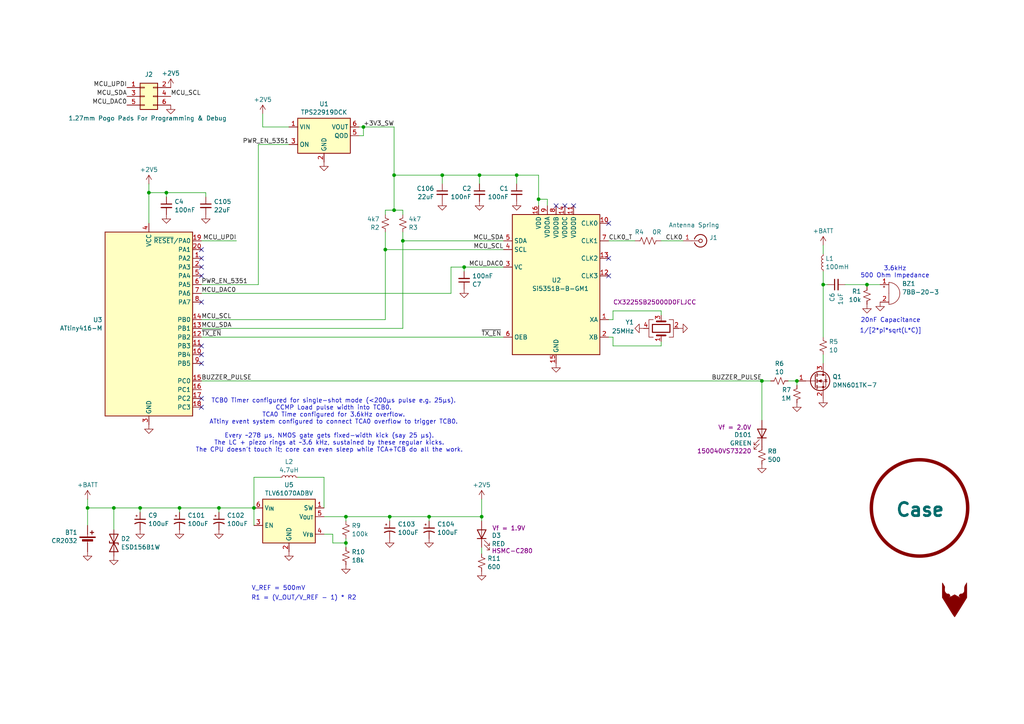
<source format=kicad_sch>
(kicad_sch (version 20250114) (generator "eeschema") (generator_version "9.0")
  (paper "A4")
  (title_block (title "Button Transmitter Prototype - Si5351B/ATtiny416") (date "2025-09-28") (rev "B") (company "Engineer: Thomas Francois - KX0STL") (comment 1 "Inverted Pursuits Lab"))
  (lib_symbols
    (symbol "Connector:Conn_Coaxial" (pin_names (offset 1.016) (hide yes))
      (property "Reference" "J1" (at 2.5401 0.919 0))
      (property "Value" "Antenna Screw Pad" (at -9.271 4.572 0))
      (symbol "Conn_Coaxial_0_1"
        (polyline (pts (xy -2.54 0) (xy -0.508 0)))
        (arc (start 1.778 0) (mid 0.222 -1.8079) (end -1.778 -0.508) (stroke (width 0.254)))
        (arc (start -1.778 0.508) (mid 0.2221 1.8084) (end 1.778 0) (stroke (width 0.254)))
        (circle (center 0 0) (radius 0.508) (stroke (width 0.2032)))
      )
      (symbol "Conn_Coaxial_1_1"
        (pin passive line (at -5.08 0 0) (length 2.54) (name "In") (number "1"))
      )
    )
    (symbol "Connector_Generic:Conn_02x03_Odd_Even" (pin_names (offset 1.016) (hide yes))
      (property "Reference" "J" (at 1.27 5.08 0))
      (property "Value" "Conn_02x03_Odd_Even" (at 1.27 -5.08 0))
      (symbol "Conn_02x03_Odd_Even_1_1"
        (rectangle (start -1.27 3.81) (end 3.81 -3.81) (stroke (width 0.254)) (fill (type background)))
        (rectangle (start -1.27 2.667) (end 0 2.413) (stroke (width 0.1524)))
        (rectangle (start -1.27 0.127) (end 0 -0.127) (stroke (width 0.1524)))
        (rectangle (start -1.27 -2.413) (end 0 -2.667) (stroke (width 0.1524)))
        (rectangle (start 3.81 2.667) (end 2.54 2.413) (stroke (width 0.1524)))
        (rectangle (start 3.81 0.127) (end 2.54 -0.127) (stroke (width 0.1524)))
        (rectangle (start 3.81 -2.413) (end 2.54 -2.667) (stroke (width 0.1524)))
        (pin passive line (at -5.08 2.54 0) (length 3.81) (name "Pin_1") (number "1"))
        (pin passive line (at -5.08 0 0) (length 3.81) (name "Pin_3") (number "3"))
        (pin passive line (at -5.08 -2.54 0) (length 3.81) (name "Pin_5") (number "5"))
        (pin passive line (at 7.62 2.54 180) (length 3.81) (name "Pin_2") (number "2"))
        (pin passive line (at 7.62 0 180) (length 3.81) (name "Pin_4") (number "4"))
        (pin passive line (at 7.62 -2.54 180) (length 3.81) (name "Pin_6") (number "6"))
      )
    )
    (symbol "Device:Battery_Cell" (pin_numbers (hide yes)) (pin_names (offset 0) (hide yes))
      (property "Reference" "BT1" (at -2.921 3.0536 0))
      (property "Value" "CR2032" (at -2.921 0.6294 0))
      (symbol "Battery_Cell_0_1"
        (rectangle (start -2.286 1.778) (end 2.286 1.524) (fill (type outline)))
        (rectangle (start -1.524 1.016) (end 1.524 0.508) (fill (type outline)))
        (polyline (pts (xy 0 1.778) (xy 0 2.54)))
        (polyline (pts (xy 0 0.762) (xy 0 0)))
        (polyline (pts (xy 0.762 3.048) (xy 1.778 3.048)) (stroke (width 0.254)))
        (polyline (pts (xy 1.27 3.556) (xy 1.27 2.54)) (stroke (width 0.254)))
      )
      (symbol "Battery_Cell_1_1"
        (pin passive line (at 0 5.08 270) (length 2.54) (name "+") (number "1"))
        (pin passive line (at 0 -2.54 90) (length 2.54) (name "2") (number "2"))
      )
    )
    (symbol "Device:C_Polarized_Small_US" (pin_numbers (hide yes)) (pin_names (offset 0.254) (hide yes))
      (property "Reference" "C" (at 0.254 1.778 0))
      (property "Value" "C_Polarized_Small_US" (at 0.254 -2.032 0))
      (symbol "C_Polarized_Small_US_0_1"
        (polyline (pts (xy -1.524 0.508) (xy 1.524 0.508)) (stroke (width 0.3048)))
        (polyline (pts (xy -1.27 1.524) (xy -0.762 1.524)))
        (polyline (pts (xy -1.016 1.27) (xy -1.016 1.778)))
        (arc (start -1.524 -0.762) (mid 0 -0.3734) (end 1.524 -0.762) (stroke (width 0.3048)))
      )
      (symbol "C_Polarized_Small_US_1_1"
        (pin passive line (at 0 2.54 270) (length 2.032) (name "~") (number "1"))
        (pin passive line (at 0 -2.54 90) (length 2.032) (name "~") (number "2"))
      )
    )
    (symbol "Device:C_Small" (pin_numbers (hide yes)) (pin_names (offset 0.254) (hide yes))
      (property "Reference" "C" (at 0.254 1.778 0))
      (property "Value" "C_Small" (at 0.254 -2.032 0))
      (symbol "C_Small_0_1"
        (polyline (pts (xy -1.524 0.508) (xy 1.524 0.508)) (stroke (width 0.3048)))
        (polyline (pts (xy -1.524 -0.508) (xy 1.524 -0.508)) (stroke (width 0.3302)))
      )
      (symbol "C_Small_1_1"
        (pin passive line (at 0 2.54 270) (length 2.032) (name "~") (number "1"))
        (pin passive line (at 0 -2.54 90) (length 2.032) (name "~") (number "2"))
      )
    )
    (symbol "Device:Crystal_GND24" (pin_names (offset 1.016) (hide yes))
      (property "Reference" "Y" (at 3.175 5.08 0))
      (property "Value" "Crystal_GND24" (at 3.175 3.175 0))
      (symbol "Crystal_GND24_0_1"
        (polyline (pts (xy -2.54 2.286) (xy -2.54 3.556) (xy 2.54 3.556) (xy 2.54 2.286)))
        (polyline (pts (xy -2.54 0) (xy -2.032 0)))
        (polyline (pts (xy -2.54 -2.286) (xy -2.54 -3.556) (xy 2.54 -3.556) (xy 2.54 -2.286)))
        (polyline (pts (xy -2.032 -1.27) (xy -2.032 1.27)) (stroke (width 0.508)))
        (rectangle (start -1.143 2.54) (end 1.143 -2.54) (stroke (width 0.3048)))
        (polyline (pts (xy 0 3.556) (xy 0 3.81)))
        (polyline (pts (xy 0 -3.81) (xy 0 -3.556)))
        (polyline (pts (xy 2.032 0) (xy 2.54 0)))
        (polyline (pts (xy 2.032 -1.27) (xy 2.032 1.27)) (stroke (width 0.508)))
      )
      (symbol "Crystal_GND24_1_1"
        (pin passive line (at -3.81 0 0) (length 1.27) (name "1") (number "1"))
        (pin passive line (at 0 5.08 270) (length 1.27) (name "2") (number "2"))
        (pin passive line (at 0 -5.08 90) (length 1.27) (name "4") (number "4"))
        (pin passive line (at 3.81 0 180) (length 1.27) (name "3") (number "3"))
      )
    )
    (symbol "Device:D_TVS" (pin_numbers (hide yes)) (pin_names (offset 1.016) (hide yes))
      (property "Reference" "D" (at 0 2.54 0))
      (property "Value" "D_TVS" (at 0 -2.54 0))
      (symbol "D_TVS_0_1"
        (polyline (pts (xy -2.54 1.27) (xy -2.54 -1.27) (xy 2.54 1.27) (xy 2.54 -1.27) (xy -2.54 1.27)) (stroke (width 0.254)))
        (polyline (pts (xy 0.508 1.27) (xy 0 1.27) (xy 0 -1.27) (xy -0.508 -1.27)) (stroke (width 0.254)))
        (polyline (pts (xy 1.27 0) (xy -1.27 0)))
      )
      (symbol "D_TVS_1_1"
        (pin passive line (at -3.81 0 0) (length 2.54) (name "A1") (number "1"))
        (pin passive line (at 3.81 0 180) (length 2.54) (name "A2") (number "2"))
      )
    )
    (symbol "Device:LED" (pin_numbers (hide yes)) (pin_names (offset 1.016) (hide yes))
      (property "Reference" "D" (at 0 2.54 0))
      (property "Value" "LED" (at 0 -2.54 0))
      (symbol "LED_0_1"
        (polyline (pts (xy -3.048 -0.762) (xy -4.572 -2.286) (xy -3.81 -2.286) (xy -4.572 -2.286) (xy -4.572 -1.524)))
        (polyline (pts (xy -1.778 -0.762) (xy -3.302 -2.286) (xy -2.54 -2.286) (xy -3.302 -2.286) (xy -3.302 -1.524)))
        (polyline (pts (xy -1.27 0) (xy 1.27 0)))
        (polyline (pts (xy -1.27 -1.27) (xy -1.27 1.27)) (stroke (width 0.254)))
        (polyline (pts (xy 1.27 -1.27) (xy 1.27 1.27) (xy -1.27 0) (xy 1.27 -1.27)) (stroke (width 0.254)))
      )
      (symbol "LED_1_1"
        (pin passive line (at -3.81 0 0) (length 2.54) (name "K") (number "1"))
        (pin passive line (at 3.81 0 180) (length 2.54) (name "A") (number "2"))
      )
    )
    (symbol "Device:L_Small" (pin_numbers (hide yes)) (pin_names (offset 0.254) (hide yes))
      (property "Reference" "L" (at 0.762 1.016 0))
      (property "Value" "L_Small" (at 0.762 -1.016 0))
      (symbol "L_Small_0_1"
        (arc (start 0 2.032) (mid 0.5058 1.524) (end 0 1.016))
        (arc (start 0 1.016) (mid 0.5058 0.508) (end 0 0))
        (arc (start 0 0) (mid 0.5058 -0.508) (end 0 -1.016))
        (arc (start 0 -1.016) (mid 0.5058 -1.524) (end 0 -2.032))
      )
      (symbol "L_Small_1_1"
        (pin passive line (at 0 2.54 270) (length 0.508) (name "~") (number "1"))
        (pin passive line (at 0 -2.54 90) (length 0.508) (name "~") (number "2"))
      )
    )
    (symbol "Device:R_Small_US" (pin_numbers (hide yes)) (pin_names (offset 0.254) (hide yes))
      (property "Reference" "R" (at 0.762 0.508 0))
      (property "Value" "R_Small_US" (at 0.762 -1.016 0))
      (symbol "R_Small_US_1_1"
        (polyline (pts (xy 0 1.524) (xy 1.016 1.143) (xy 0 0.762) (xy -1.016 0.381) (xy 0 0)))
        (polyline (pts (xy 0 0) (xy 1.016 -0.381) (xy 0 -0.762) (xy -1.016 -1.143) (xy 0 -1.524)))
        (pin passive line (at 0 2.54 270) (length 1.016) (name "~") (number "1"))
        (pin passive line (at 0 -2.54 90) (length 1.016) (name "~") (number "2"))
      )
    )
    (symbol "Device:R_US" (pin_numbers (hide yes)) (pin_names (offset 0))
      (property "Reference" "R" (at 2.54 0 90))
      (property "Value" "R_US" (at -2.54 0 90))
      (symbol "R_US_0_1"
        (polyline (pts (xy 0 2.286) (xy 0 2.54)))
        (polyline (pts (xy 0 2.286) (xy 1.016 1.905) (xy 0 1.524) (xy -1.016 1.143) (xy 0 0.762)))
        (polyline (pts (xy 0 0.762) (xy 1.016 0.381) (xy 0 0) (xy -1.016 -0.381) (xy 0 -0.762)))
        (polyline (pts (xy 0 -0.762) (xy 1.016 -1.143) (xy 0 -1.524) (xy -1.016 -1.905) (xy 0 -2.286)))
        (polyline (pts (xy 0 -2.286) (xy 0 -2.54)))
      )
      (symbol "R_US_1_1"
        (pin passive line (at 0 3.81 270) (length 1.27) (name "~") (number "1"))
        (pin passive line (at 0 -3.81 90) (length 1.27) (name "~") (number "2"))
      )
    )
    (symbol "MCU_Microchip_ATtiny:ATtiny416-M"
      (property "Reference" "U6" (at 2.1941 24.4645 0))
      (property "Value" "ATtiny416-M" (at 2.1941 22.0402 0))
      (symbol "ATtiny416-M_0_1"
        (rectangle (start -12.7 20.32) (end 12.7 -33.02) (stroke (width 0.254)) (fill (type background)))
      )
      (symbol "ATtiny416-M_1_1"
        (pin power_in line (at 0 22.86 270) (length 2.54) (name "VCC") (number "4"))
        (pin passive line (at 0 -35.56 90) (length 2.54) (hide yes) (name "GND") (number "21"))
        (pin power_in line (at 0 -35.56 90) (length 2.54) (name "GND") (number "3"))
        (pin bidirectional line (at 15.24 17.78 180) (length 2.54) (name "~{RESET}/PA0") (number "19"))
        (pin bidirectional line (at 15.24 15.24 180) (length 2.54) (name "PA1") (number "20"))
        (pin bidirectional line (at 15.24 12.7 180) (length 2.54) (name "PA2") (number "1"))
        (pin bidirectional line (at 15.24 10.16 180) (length 2.54) (name "PA3") (number "2"))
        (pin bidirectional line (at 15.24 7.62 180) (length 2.54) (name "PA4") (number "5"))
        (pin bidirectional line (at 15.24 5.08 180) (length 2.54) (name "PA5") (number "6"))
        (pin bidirectional line (at 15.24 2.54 180) (length 2.54) (name "PA6") (number "7"))
        (pin bidirectional line (at 15.24 0 180) (length 2.54) (name "PA7") (number "8"))
        (pin bidirectional line (at 15.24 -5.08 180) (length 2.54) (name "PB0") (number "14"))
        (pin bidirectional line (at 15.24 -7.62 180) (length 2.54) (name "PB1") (number "13"))
        (pin bidirectional line (at 15.24 -10.16 180) (length 2.54) (name "PB2") (number "12"))
        (pin bidirectional line (at 15.24 -12.7 180) (length 2.54) (name "PB3") (number "11"))
        (pin bidirectional line (at 15.24 -15.24 180) (length 2.54) (name "PB4") (number "10"))
        (pin bidirectional line (at 15.24 -17.78 180) (length 2.54) (name "PB5") (number "9"))
        (pin bidirectional line (at 15.24 -22.86 180) (length 2.54) (name "PC0") (number "15"))
        (pin bidirectional line (at 15.24 -25.4 180) (length 2.54) (name "PC1") (number "16"))
        (pin bidirectional line (at 15.24 -27.94 180) (length 2.54) (name "PC2") (number "17"))
        (pin bidirectional line (at 15.24 -30.48 180) (length 2.54) (name "PC3") (number "18"))
      )
    )
    (symbol "Regulator_Switching:TLV61070ADBV"
      (property "Reference" "U" (at -7.62 8.89 0))
      (property "Value" "TLV61070ADBV" (at 0 8.89 0))
      (symbol "TLV61070ADBV_0_1"
        (rectangle (start -7.62 7.62) (end 7.62 -5.08) (stroke (width 0.254)) (fill (type background)))
      )
      (symbol "TLV61070ADBV_1_1"
        (pin power_in line (at -10.16 5.08 0) (length 2.54) (name "V_{IN}") (number "6"))
        (pin input line (at -10.16 0 0) (length 2.54) (name "EN") (number "3"))
        (pin power_in line (at 0 -7.62 90) (length 2.54) (name "GND") (number "2"))
        (pin input line (at 10.16 5.08 180) (length 2.54) (name "SW") (number "1"))
        (pin power_out line (at 10.16 2.54 180) (length 2.54) (name "V_{OUT}") (number "5"))
        (pin input line (at 10.16 -2.54 180) (length 2.54) (name "V_{FB}") (number "4"))
      )
    )
    (symbol "Transistor_FET:Q_NMOS_GSD" (pin_names (offset 0) (hide yes))
      (property "Reference" "Q" (at 5.08 1.905 0))
      (property "Value" "Q_NMOS_GSD" (at 5.08 0 0))
      (symbol "Q_NMOS_GSD_0_1"
        (polyline (pts (xy 0.254 1.905) (xy 0.254 -1.905)) (stroke (width 0.254)))
        (polyline (pts (xy 0.254 0) (xy -2.54 0)))
        (polyline (pts (xy 0.762 2.286) (xy 0.762 1.27)) (stroke (width 0.254)))
        (polyline (pts (xy 0.762 0.508) (xy 0.762 -0.508)) (stroke (width 0.254)))
        (polyline (pts (xy 0.762 -1.27) (xy 0.762 -2.286)) (stroke (width 0.254)))
        (polyline (pts (xy 0.762 -1.778) (xy 3.302 -1.778) (xy 3.302 1.778) (xy 0.762 1.778)))
        (polyline (pts (xy 1.016 0) (xy 2.032 0.381) (xy 2.032 -0.381) (xy 1.016 0)) (fill (type outline)))
        (circle (center 1.651 0) (radius 2.794) (stroke (width 0.254)))
        (polyline (pts (xy 2.54 2.54) (xy 2.54 1.778)))
        (circle (center 2.54 1.778) (radius 0.254) (fill (type outline)))
        (circle (center 2.54 -1.778) (radius 0.254) (fill (type outline)))
        (polyline (pts (xy 2.54 -2.54) (xy 2.54 0) (xy 0.762 0)))
        (polyline (pts (xy 2.921 0.381) (xy 3.683 0.381)))
        (polyline (pts (xy 3.302 0.381) (xy 2.921 -0.254) (xy 3.683 -0.254) (xy 3.302 0.381)))
      )
      (symbol "Q_NMOS_GSD_1_1"
        (pin input line (at -5.08 0 0) (length 2.54) (name "G") (number "1"))
        (pin passive line (at 2.54 5.08 270) (length 2.54) (name "D") (number "3"))
        (pin passive line (at 2.54 -5.08 90) (length 2.54) (name "S") (number "2"))
      )
    )
    (symbol "library:Buzzer_Pad_NEG" (pin_names (offset 0.0254) (hide yes))
      (property "Reference" "BZ1" (at 3.7962 1.2122 0))
      (property "Value" "7BB-20-3" (at 3.7962 -1.2121 0))
      (symbol "Buzzer_Pad_NEG_0_1"
        (polyline (pts (xy 0 0) (xy 0 -3.175)))
        (arc (start 3.175 0) (mid 2.2451 -2.2451) (end 0 -3.175))
      )
      (symbol "Buzzer_Pad_NEG_1_1"
        (pin passive line (at -2.54 -2.54 0) (length 2.54) (name "-") (number "2"))
      )
    )
    (symbol "library:Buzzer_Pad_POS" (pin_names (offset 0.0254) (hide yes))
      (property "Reference" "BZ1" (at 3.7962 1.2122 0))
      (property "Value" "7BB-20-3" (at 3.7962 -1.2121 0))
      (symbol "Buzzer_Pad_POS_0_1"
        (polyline (pts (xy -1.651 1.905) (xy -1.143 1.905)))
        (polyline (pts (xy -1.397 2.159) (xy -1.397 1.651)))
        (polyline (pts (xy 0 3.175) (xy 0 0)))
        (arc (start 0 3.175) (mid 2.2451 2.2451) (end 3.175 0))
      )
      (symbol "Buzzer_Pad_POS_1_1"
        (pin passive line (at -2.54 2.54 0) (length 2.54) (name "+") (number "1"))
      )
    )
    (symbol "library:Case"
      (property "Reference" "U" (at 0 0 0))
      (symbol "Case_1_1"
        (circle (center 0 0) (radius 13.97) (stroke (width 1)))
      )
    )
    (symbol "library:IPL Logo 10mm" (pin_names (offset 1.016))
      (symbol "IPL Logo 10mm_0_0"
        (polyline (pts (xy 0.092 -4.9066) (xy 0.2313 -4.7055) (xy 0.4458 -4.3801) (xy 0.7325 -3.9348) (xy 1.0884 -3.3744) (xy 1.5106 -2.7035) (xy 1.9962 -1.9267) (xy 2.5422 -1.0487) (xy 3.1456 -0.0741) (xy 3.595 0.653) (xy 3.595 2.8274) (xy 3.595 2.9024) (xy 3.5937 3.4613) (xy 3.5905 3.963) (xy 3.5858 4.3877) (xy 3.5797 4.7157) (xy 3.5727 4.927) (xy 3.5648 5.0018) (xy 3.5541 4.9928) (xy 3.4787 4.8887) (xy 3.3517 4.6924) (xy 3.1936 4.4352) (xy 3.1791 4.4112) (xy 3.0219 4.142) (xy 2.9255 3.9383) (xy 2.875 3.7445) (xy 2.8557 3.5053) (xy 2.8525 3.1652) (xy 2.8525 3.1144) (xy 2.8446 2.7678) (xy 2.8179 2.5263) (xy 2.7645 2.3448) (xy 2.676 2.178) (xy 2.474 1.9396) (xy 2.1695 1.766) (xy 1.8277 1.7324) (xy 1.7171 1.7345) (xy 1.5751 1.67) (xy 1.4298 1.4929) (xy 1.3354 1.3439) (xy 1.263 1.1649) (xy 1.2995 1.0455) (xy 1.4458 0.9521) (xy 1.4933 0.9273) (xy 1.6096 0.8305) (xy 1.6471 0.742) (xy 1.5825 0.7042) (xy 1.5174 0.7296) (xy 1.339 0.8176) (xy 1.0799 0.9538) (xy 0.7705 1.1225) (xy 0.017 1.5399) (xy -0.7774 1.113) (xy -1.0762 0.9587) (xy -1.3471 0.8318) (xy -1.5401 0.7562) (xy -1.6261 0.7445) (xy -1.6401 0.7687) (xy -1.5938 0.8341) (xy -1.5124 0.8747) (xy -1.3593 0.975) (xy -1.2914 1.03) (xy -1.2549 1.1034) (xy -1.2864 1.2186) (xy -1.3888 1.4235) (xy -1.4684 1.5699) (xy -1.5677 1.6982) (xy -1.6875 1.7412) (xy -1.8812 1.7323) (xy -2.004 1.7243) (xy -2.1645 1.7463) (xy -2.3105 1.8362) (xy -2.4989 2.0204) (xy -2.6828 2.2384) (xy -2.7956 2.4652) (xy -2.854 2.7582) (xy -2.8667 2.9068) (xy -2.8647 3.2117) (xy -2.8296 3.4559) (xy -2.8222 3.4836) (xy -2.7958 3.6362) (xy -2.8169 3.778) (xy -2.8992 3.9554) (xy -3.0568 4.2148) (xy -3.0729 4.2404) (xy -3.2185 4.4807) (xy -3.3216 4.6671) (xy -3.3607 4.761) (xy -3.3798 4.8125) (xy -3.4779 4.9237) (xy -3.4787 4.9244) (xy -3.5133 4.938) (xy -3.5404 4.9054) (xy -3.5608 4.8108) (xy -3.5756 4.6385) (xy -3.5855 4.3728) (xy -3.5914 3.9979) (xy -3.5944 3.4982) (xy -3.5951 2.8579) (xy -3.5951 0.6947) (xy -3.2169 0.0934) (xy -3.1667 0.0133) (xy -2.9654 -0.3094) (xy -2.7179 -0.7084) (xy -2.4507 -1.1407) (xy -2.1907 -1.5631) (xy -2.0812 -1.7411) (xy -1.7784 -2.2313) (xy -1.4406 -2.7761) (xy -1.1014 -3.3209) (xy -0.7949 -3.8113) (xy -0.5693 -4.1644) (xy -0.3481 -4.4963) (xy -0.1646 -4.7563) (xy -0.0334 -4.9238) (xy 0.031 -4.9784) (xy 0.092 -4.9066)) (stroke (width 0.01)) (fill (type outline)))
      )
    )
    (symbol "library:Si5351B-B-GM1"
      (property "Reference" "U2" (at -1.27 1.27 0))
      (property "Value" "Si5351B-B-GM1" (at -6.985 -1.1542 0))
      (symbol "Si5351B-B-GM1_1_1"
        (rectangle (start -12.7 20.32) (end 12.7 -20.32) (stroke (width 0.254)) (fill (type background)))
        (pin bidirectional line (at -15.24 12.7 0) (length 2.54) (name "SDA") (number "5"))
        (pin input line (at -15.24 10.16 0) (length 2.54) (name "SCL") (number "4"))
        (pin input line (at -15.24 5.08 0) (length 2.54) (name "VC") (number "3"))
        (pin input line (at -15.24 -15.24 0) (length 2.54) (name "OEB") (number "6"))
        (pin power_in line (at -5.08 22.86 270) (length 2.54) (name "VDD") (number "16"))
        (pin power_in line (at -2.54 22.86 270) (length 2.54) (name "VDDOA") (number "9"))
        (pin power_in line (at 0 22.86 270) (length 2.54) (name "VDDOB") (number "8"))
        (pin power_in line (at 0 -22.86 90) (length 2.54) (name "GND") (number "15"))
        (pin power_in line (at 0 -22.86 90) (length 2.54) (hide yes) (name "GND") (number "17"))
        (pin power_in line (at 2.54 22.86 270) (length 2.54) (name "VDDOC") (number "14"))
        (pin power_in line (at 5.08 22.86 270) (length 2.54) (name "VDDOD") (number "11"))
        (pin output line (at 15.24 17.78 180) (length 2.54) (name "CLK0") (number "10"))
        (pin output line (at 15.24 12.7 180) (length 2.54) (name "CLK1") (number "7"))
        (pin output line (at 15.24 7.62 180) (length 2.54) (name "CLK2") (number "13"))
        (pin output line (at 15.24 2.54 180) (length 2.54) (name "CLK3") (number "12"))
        (pin input line (at 15.24 -10.16 180) (length 2.54) (name "XA") (number "1"))
        (pin input line (at 15.24 -15.24 180) (length 2.54) (name "XB") (number "2"))
      )
    )
    (symbol "library:TPS22919DCK"
      (property "Reference" "U5" (at 0 9.2245 0))
      (property "Value" "TPS22919DCK" (at 0 6.8002 0))
      (symbol "TPS22919DCK_0_1"
        (rectangle (start -7.62 5.08) (end 7.62 -5.08) (stroke (width 0.254)) (fill (type background)))
      )
      (symbol "TPS22919DCK_1_1"
        (pin power_in line (at -10.16 2.54 0) (length 2.54) (name "VIN") (number "1"))
        (pin input line (at -10.16 -2.54 0) (length 2.54) (name "ON") (number "3"))
        (pin power_in line (at 0 -7.62 90) (length 2.54) (name "GND") (number "2"))
        (pin power_out line (at 10.16 2.54 180) (length 2.54) (name "VOUT") (number "6"))
        (pin open_collector line (at 10.16 0 180) (length 2.54) (name "QOD") (number "5"))
      )
    )
    (symbol "power:+2V5" (power) (pin_numbers (hide yes)) (pin_names (offset 0) (hide yes))
      (property "Value" "+2V5" (at 0 3.556 0))
      (symbol "+2V5_0_1"
        (polyline (pts (xy -0.762 1.27) (xy 0 2.54)))
        (polyline (pts (xy 0 2.54) (xy 0.762 1.27)))
        (polyline (pts (xy 0 0) (xy 0 2.54)))
      )
      (symbol "+2V5_1_1"
        (pin power_in line (at 0 0 90) (length 0) (name "~") (number "1"))
      )
    )
    (symbol "power:+BATT" (power) (pin_numbers (hide yes)) (pin_names (offset 0) (hide yes))
      (property "Value" "+BATT" (at 0 3.556 0))
      (symbol "+BATT_0_1"
        (polyline (pts (xy -0.762 1.27) (xy 0 2.54)))
        (polyline (pts (xy 0 2.54) (xy 0.762 1.27)))
        (polyline (pts (xy 0 0) (xy 0 2.54)))
      )
      (symbol "+BATT_1_1"
        (pin power_in line (at 0 0 90) (length 0) (name "~") (number "1"))
      )
    )
    (symbol "power:GND" (power) (pin_names (offset 0))
      (property "Value" "GND" (at 0 -3.81 0))
      (symbol "GND_0_1"
        (polyline (pts (xy 0 0) (xy 0 -1.27) (xy 1.27 -1.27) (xy 0 -2.54) (xy -1.27 -1.27) (xy 0 -1.27)))
      )
      (symbol "GND_1_1"
        (pin power_in line (at 0 0 270) (length 0) (hide yes) (name "GND") (number "1"))
      )
    )
  )
  (text "3.6kHz\n500 Ohm Impedance" (at 259.588 78.994 0) (effects (font (size 1.27 1.27))))
  (text "TCB0 Timer configured for single-shot mode (<200μs pulse e.g. 25μs).\nCCMP Load pulse width into TCB0.\nTCA0 Time configured for 3.6kHz overflow.\nATtiny event system configured to connect TCA0 overflow to trigger TCB0." (at 96.774 119.38 0) (effects (font (size 1.27 1.27))))
  (text "1/[2*pi*sqrt(L*C)]" (at 258.318 96.012 0) (effects (font (size 1.27 1.27))))
  (text "V_REF = 500mV" (at 80.772 170.688 0) (effects (font (size 1.27 1.27))))
  (text "Every ~278 µs, NMOS gate gets fixed-width kick (say 25 µs).\nThe LC + piezo rings at ~3.6 kHz, sustained by these regular kicks.\nThe CPU doesn't touch it; core can even sleep while TCA+TCB do all the work." (at 95.504 128.524 0) (effects (font (size 1.27 1.27))))
  (text "20nF Capacitance" (at 258.318 92.964 0) (effects (font (size 1.27 1.27))))
  (text "R1 = (V_OUT/V_REF - 1) * R2" (at 88.138 173.482 0) (effects (font (size 1.27 1.27))))
  (junction (at 73.66 147.32))
  (junction (at 134.62 77.47))
  (junction (at 156.21 57.785))
  (junction (at 114.3 50.8))
  (junction (at 128.27 50.8))
  (junction (at 231.14 110.49))
  (junction (at 105.41 36.83))
  (junction (at 139.065 50.8))
  (junction (at 116.84 69.85))
  (junction (at 63.5 147.32))
  (junction (at 220.98 110.49))
  (junction (at 114.3 60.96))
  (junction (at 25.4 147.32))
  (junction (at 48.26 55.88))
  (junction (at 139.7 149.86))
  (junction (at 100.33 157.48))
  (junction (at 238.76 82.55))
  (junction (at 111.76 72.39))
  (junction (at 149.86 50.8))
  (junction (at 113.03 149.86))
  (junction (at 251.46 82.55))
  (junction (at 43.18 55.88))
  (junction (at 33.02 147.32))
  (junction (at 100.33 149.86))
  (junction (at 52.07 147.32))
  (junction (at 40.64 147.32))
  (junction (at 124.46 149.86))
  (no_connect (at 58.42 115.57))
  (no_connect (at 161.29 59.69))
  (no_connect (at 58.42 77.47))
  (no_connect (at 176.53 64.77))
  (no_connect (at 58.42 105.41))
  (no_connect (at 58.42 102.87))
  (no_connect (at 176.53 74.93))
  (no_connect (at 176.53 80.01))
  (no_connect (at 166.37 59.69))
  (no_connect (at 58.42 87.63))
  (no_connect (at 163.83 59.69))
  (no_connect (at 58.42 118.11))
  (no_connect (at 58.42 100.33))
  (no_connect (at 58.42 74.93))
  (no_connect (at 58.42 72.39))
  (no_connect (at 58.42 80.01))
  (wire (pts (xy 58.42 82.55) (xy 74.93 82.55)))
  (wire (pts (xy 158.75 59.69) (xy 158.75 57.785)))
  (wire (pts (xy 76.2 33.02) (xy 76.2 36.83)))
  (wire (pts (xy 124.46 149.86) (xy 139.7 149.86)))
  (wire (pts (xy 116.84 69.85) (xy 116.84 95.25)))
  (wire (pts (xy 52.07 148.59) (xy 52.07 147.32)))
  (wire (pts (xy 48.26 55.88) (xy 59.69 55.88)))
  (wire (pts (xy 228.6 110.49) (xy 231.14 110.49)))
  (wire (pts (xy 63.5 147.32) (xy 52.07 147.32)))
  (wire (pts (xy 104.14 39.37) (xy 105.41 39.37)))
  (wire (pts (xy 40.64 147.32) (xy 52.07 147.32)))
  (wire (pts (xy 149.86 53.34) (xy 149.86 50.8)))
  (wire (pts (xy 81.28 138.43) (xy 73.66 138.43)))
  (wire (pts (xy 134.62 77.47) (xy 146.05 77.47)))
  (wire (pts (xy 33.02 147.32) (xy 40.64 147.32)))
  (wire (pts (xy 231.14 110.49) (xy 231.14 111.76)))
  (wire (pts (xy 149.86 50.8) (xy 156.21 50.8)))
  (wire (pts (xy 238.76 82.55) (xy 238.76 97.79)))
  (wire (pts (xy 48.26 57.15) (xy 48.26 55.88)))
  (wire (pts (xy 111.76 67.31) (xy 111.76 72.39)))
  (wire (pts (xy 111.76 72.39) (xy 111.76 92.71)))
  (wire (pts (xy 116.84 69.85) (xy 146.05 69.85)))
  (wire (pts (xy 58.42 97.79) (xy 146.05 97.79)))
  (wire (pts (xy 114.3 50.8) (xy 128.27 50.8)))
  (wire (pts (xy 105.41 36.83) (xy 114.3 36.83)))
  (wire (pts (xy 93.98 154.94) (xy 96.52 154.94)))
  (wire (pts (xy 33.02 147.32) (xy 25.4 147.32)))
  (wire (pts (xy 111.76 92.71) (xy 58.42 92.71)))
  (wire (pts (xy 76.2 36.83) (xy 83.82 36.83)))
  (wire (pts (xy 191.77 91.44) (xy 191.77 90.17)))
  (wire (pts (xy 113.03 151.13) (xy 113.03 149.86)))
  (wire (pts (xy 139.7 144.78) (xy 139.7 149.86)))
  (wire (pts (xy 104.14 36.83) (xy 105.41 36.83)))
  (wire (pts (xy 40.64 148.59) (xy 40.64 147.32)))
  (wire (pts (xy 100.33 157.48) (xy 100.33 158.75)))
  (wire (pts (xy 156.21 50.8) (xy 156.21 57.785)))
  (wire (pts (xy 177.8 97.79) (xy 176.53 97.79)))
  (wire (pts (xy 134.62 77.47) (xy 130.81 77.47)))
  (wire (pts (xy 68.58 69.85) (xy 58.42 69.85)))
  (wire (pts (xy 43.18 55.88) (xy 48.26 55.88)))
  (wire (pts (xy 245.11 82.55) (xy 251.46 82.55)))
  (wire (pts (xy 43.18 53.34) (xy 43.18 55.88)))
  (wire (pts (xy 251.46 82.55) (xy 255.27 82.55)))
  (wire (pts (xy 74.93 41.91) (xy 83.82 41.91)))
  (wire (pts (xy 74.93 82.55) (xy 74.93 41.91)))
  (wire (pts (xy 191.77 69.85) (xy 198.12 69.85)))
  (wire (pts (xy 128.27 50.8) (xy 128.27 53.34)))
  (wire (pts (xy 177.8 90.17) (xy 177.8 92.71)))
  (wire (pts (xy 139.7 151.13) (xy 139.7 149.86)))
  (wire (pts (xy 114.3 60.96) (xy 111.76 60.96)))
  (wire (pts (xy 93.98 138.43) (xy 86.36 138.43)))
  (wire (pts (xy 116.84 67.31) (xy 116.84 69.85)))
  (wire (pts (xy 238.76 82.55) (xy 240.03 82.55)))
  (wire (pts (xy 139.065 50.8) (xy 128.27 50.8)))
  (wire (pts (xy 100.33 149.86) (xy 113.03 149.86)))
  (wire (pts (xy 149.86 50.8) (xy 139.065 50.8)))
  (wire (pts (xy 96.52 157.48) (xy 100.33 157.48)))
  (wire (pts (xy 58.42 110.49) (xy 220.98 110.49)))
  (wire (pts (xy 156.21 57.785) (xy 158.75 57.785)))
  (wire (pts (xy 63.5 147.32) (xy 73.66 147.32)))
  (wire (pts (xy 124.46 151.13) (xy 124.46 149.86)))
  (wire (pts (xy 73.66 147.32) (xy 73.66 152.4)))
  (wire (pts (xy 223.52 110.49) (xy 220.98 110.49)))
  (wire (pts (xy 177.8 92.71) (xy 176.53 92.71)))
  (wire (pts (xy 43.18 55.88) (xy 43.18 64.77)))
  (wire (pts (xy 251.46 83.185) (xy 251.46 82.55)))
  (wire (pts (xy 59.69 55.88) (xy 59.69 57.15)))
  (wire (pts (xy 73.66 138.43) (xy 73.66 147.32)))
  (wire (pts (xy 100.33 156.21) (xy 100.33 157.48)))
  (wire (pts (xy 100.33 151.13) (xy 100.33 149.86)))
  (wire (pts (xy 220.98 121.92) (xy 220.98 110.49)))
  (wire (pts (xy 96.52 154.94) (xy 96.52 157.48)))
  (wire (pts (xy 93.98 147.32) (xy 93.98 138.43)))
  (wire (pts (xy 25.4 144.78) (xy 25.4 147.32)))
  (wire (pts (xy 114.3 36.83) (xy 114.3 50.8)))
  (wire (pts (xy 134.62 77.47) (xy 134.62 78.74)))
  (wire (pts (xy 114.3 50.8) (xy 114.3 60.96)))
  (wire (pts (xy 63.5 148.59) (xy 63.5 147.32)))
  (wire (pts (xy 111.76 60.96) (xy 111.76 62.23)))
  (wire (pts (xy 116.84 95.25) (xy 58.42 95.25)))
  (wire (pts (xy 177.8 97.79) (xy 177.8 100.33)))
  (wire (pts (xy 238.76 78.74) (xy 238.76 82.55)))
  (wire (pts (xy 238.76 71.12) (xy 238.76 73.66)))
  (wire (pts (xy 177.8 100.33) (xy 191.77 100.33)))
  (wire (pts (xy 116.84 60.96) (xy 114.3 60.96)))
  (wire (pts (xy 33.02 147.32) (xy 33.02 153.67)))
  (wire (pts (xy 191.77 100.33) (xy 191.77 99.06)))
  (wire (pts (xy 111.76 72.39) (xy 146.05 72.39)))
  (wire (pts (xy 191.77 90.17) (xy 177.8 90.17)))
  (wire (pts (xy 105.41 39.37) (xy 105.41 36.83)))
  (wire (pts (xy 139.7 158.75) (xy 139.7 160.655)))
  (wire (pts (xy 116.84 62.23) (xy 116.84 60.96)))
  (wire (pts (xy 176.53 69.85) (xy 184.15 69.85)))
  (wire (pts (xy 113.03 149.86) (xy 124.46 149.86)))
  (wire (pts (xy 100.33 149.86) (xy 93.98 149.86)))
  (wire (pts (xy 139.065 53.34) (xy 139.065 50.8)))
  (wire (pts (xy 238.76 105.41) (xy 238.76 102.87)))
  (wire (pts (xy 156.21 57.785) (xy 156.21 59.69)))
  (wire (pts (xy 130.81 77.47) (xy 130.81 85.09)))
  (wire (pts (xy 130.81 85.09) (xy 58.42 85.09)))
  (wire (pts (xy 25.4 152.4) (xy 25.4 147.32)))
  (label "MCU_UPDI" (at 68.58 69.85 180))
  (label "BUZZER_PULSE" (at 220.98 110.49 180))
  (label "+3V3_SW" (at 114.3 36.83 180))
  (label "BUZZER_PULSE" (at 58.42 110.49 0))
  (label "PWR_EN_5351" (at 83.82 41.91 180))
  (label "MCU_DAC0" (at 58.42 85.09 0))
  (label "CLK0" (at 193.04 69.85 0))
  (label "MCU_DAC0" (at 36.83 30.48 180))
  (label "MCU_SCL" (at 146.05 72.39 180))
  (label "MCU_SCL" (at 49.53 27.94 0))
  (label "PWR_EN_5351" (at 58.42 82.55 0))
  (label "MCU_DAC0" (at 146.05 77.47 180))
  (label "~{TX_EN}" (at 58.42 97.79 0))
  (label "MCU_SDA" (at 146.05 69.85 180))
  (label "MCU_UPDI" (at 36.83 25.4 180))
  (label "~{TX_EN}" (at 145.415 97.79 180))
  (label "CLK0_T" (at 176.53 69.85 0))
  (label "MCU_SDA" (at 36.83 27.94 180))
  (label "MCU_SCL" (at 58.42 92.71 0))
  (label "MCU_SDA" (at 58.42 95.25 0))
  (symbol (lib_id "power:GND") (at 251.46 88.265 0) (mirror y) (unit 1)
    (property "Reference" "#PWR011" (effects (hide yes)))
    (property "Value" "GND" (effects (hide yes)))
  )
  (symbol (lib_id "Device:R_Small_US") (at 238.76 100.33 180) (unit 1)
    (property "Reference" "R5" (at 240.411 99.1179 0) (effects (justify right)))
    (property "Value" "10" (at 240.411 101.5421 0) (effects (justify right)))
    (property "Footprint" "Library:Worthington_R_0402_1005Metric" (effects (hide yes)))
  )
  (symbol (lib_id "power:GND") (at 93.98 46.99 0) (unit 1)
    (property "Reference" "#PWR09" (effects (hide yes)))
    (property "Value" "GND" (effects (hide yes)))
  )
  (symbol (lib_id "power:+BATT") (at 238.76 71.12 0) (unit 1)
    (property "Reference" "#PWR0105" (effects (hide yes)))
    (property "Value" "+BATT" (at 238.76 66.9869 0))
    (property "Description" "Power symbol creates a global label with name \"+BATT\"" (effects (hide yes)))
  )
  (symbol (lib_id "Device:LED") (at 220.98 125.73 270) (mirror x) (unit 1)
    (property "Reference" "D101" (at 218.059 126.1053 90) (effects (justify right)))
    (property "Value" "GREEN" (at 218.059 128.5296 90) (effects (justify right)))
    (property "Footprint" "Library:Worthington_LED_0402_1005Metric" (effects (hide yes)))
    (property "Datasheet" "https://www.digikey.com/en/products/detail/w%C3%BCrth-elektronik/150040VS73220/9857948?_gl=1*a9mwlp*_up*MQ..*_gs*MQ..&gclid=Cj0KCQjw3OjGBhDYARIsADd-uX6JYO7RJVK8hrp_vwVx_M7wDV-1_q4tY_BkWeefrhVxCeeI09FA2UkaAsGJEALw_wcB&gclsrc=aw.ds&gbraid=0AAAAADrbLliRCqmMdTR7-0740VW0jBL5q" (effects (hide yes)))
    (property "Description" "Vf = 2.0V" (at 213.106 123.952 90))
    (property "DigiKey Part" "150040VS73220" (at 210.058 130.81 90))
    (property "DigiKey" "https://www.digikey.com/en/products/detail/broadcom-limited/HSMC-C280/1235142?_gl=1*h1tgvz*_up*MQ..*_gs*MQ..&gclid=Cj0KCQjw3OjGBhDYARIsADd-uX6JYO7RJVK8hrp_vwVx_M7wDV-1_q4tY_BkWeefrhVxCeeI09FA2UkaAsGJEALw_wcB&gclsrc=aw.ds&gbraid=0AAAAADrbLliRCqmMdTR7-0740VW0jBL5q" (effects (hide yes)))
  )
  (symbol (lib_id "Device:C_Polarized_Small_US") (at 63.5 151.13 0) (unit 1)
    (property "Reference" "C102" (at 65.8114 149.486 0) (effects (justify left)))
    (property "Value" "100uF" (at 65.8114 151.9103 0) (effects (justify left)))
    (property "Footprint" "Capacitor_SMD:C_1206_3216Metric" (effects (hide yes)))
    (property "DigiKey Part" "TMCMA0G107MTRF" (effects (hide yes)))
    (property "DigiKey" "https://www.digikey.com/en/products/detail/vishay-sprague/TMCMA0G107MTRF/10107299" (effects (hide yes)))
  )
  (symbol (lib_id "power:+2V5") (at 76.2 33.02 0) (unit 1)
    (property "Reference" "#PWR0110" (effects (hide yes)))
    (property "Value" "+2V5" (at 76.2 28.8869 0))
    (property "Description" "Power symbol creates a global label with name \"+2V5\"" (effects (hide yes)))
  )
  (symbol (lib_id "Device:R_Small_US") (at 251.46 85.725 0) (mirror y) (unit 1)
    (property "Reference" "R1" (at 249.809 84.5129 0) (effects (justify left)))
    (property "Value" "10k" (at 249.809 86.9371 0) (effects (justify left)))
    (property "Footprint" "Library:Worthington_R_0402_1005Metric" (effects (hide yes)))
  )
  (symbol (lib_id "power:GND") (at 139.065 58.42 0) (mirror y) (unit 1)
    (property "Reference" "#PWR04" (effects (hide yes)))
    (property "Value" "GND" (effects (hide yes)))
  )
  (symbol (lib_id "power:GND") (at 43.18 123.19 0) (mirror y) (unit 1)
    (property "Reference" "#PWR018" (effects (hide yes)))
    (property "Value" "GND" (effects (hide yes)))
  )
  (symbol (lib_id "Device:R_Small_US") (at 139.7 163.195 0) (unit 1)
    (property "Reference" "R11" (at 141.351 161.9828 0) (effects (justify left)))
    (property "Value" "600" (at 141.351 164.4071 0) (effects (justify left)))
    (property "Footprint" "Library:Worthington_R_0402_1005Metric" (effects (hide yes)))
  )
  (symbol (lib_id "power:GND") (at 186.69 95.25 270) (mirror x) (unit 1)
    (property "Reference" "#PWR014" (effects (hide yes)))
    (property "Value" "GND" (effects (hide yes)))
  )
  (symbol (lib_id "power:GND") (at 238.76 115.57 0) (mirror y) (unit 1)
    (property "Reference" "#PWR020" (effects (hide yes)))
    (property "Value" "GND" (effects (hide yes)))
  )
  (symbol (lib_id "power:GND") (at 161.29 105.41 0) (mirror y) (unit 1)
    (property "Reference" "#PWR017" (effects (hide yes)))
    (property "Value" "GND" (effects (hide yes)))
  )
  (symbol (lib_id "power:+2V5") (at 49.53 25.4 0) (unit 1)
    (property "Reference" "#PWR0111" (effects (hide yes)))
    (property "Value" "+2V5" (at 49.53 21.2669 0))
    (property "Description" "Power symbol creates a global label with name \"+2V5\"" (effects (hide yes)))
  )
  (symbol (lib_id "library:Case") (at 266.7 147.32 0) (unit 1) (in_bom no)
    (property "Reference" "U4" (effects (hide yes)))
    (property "Value" "Case" (at 259.334 147.828 0) (effects (font (size 3.81 3.81) (thickness 0.762) (bold yes)) (justify left)))
    (property "Footprint" "Library:Case_CR2032" (effects (hide yes)))
  )
  (symbol (lib_id "power:GND") (at 52.07 153.67 0) (mirror y) (unit 1)
    (property "Reference" "#PWR0101" (effects (hide yes)))
    (property "Value" "GND" (effects (hide yes)))
  )
  (symbol (lib_id "Regulator_Switching:TLV61070ADBV") (at 83.82 152.4 0) (unit 1)
    (property "Reference" "U5" (at 83.82 140.6355 0))
    (property "Value" "TLV61070ADBV" (at 83.82 143.0598 0))
    (property "Footprint" "Package_TO_SOT_SMD:SOT-23-6" (effects (hide yes)))
    (property "Datasheet" "https://www.ti.com/lit/ds/symlink/tlv61070a.pdf" (effects (hide yes)))
    (property "Description" "Boost Converter, 2.5A switch current limit, 2.2-5.5V Output Voltage, 0.5-5.5V Input Voltage, SOT-23-6" (effects (hide yes)))
  )
  (symbol (lib_id "Device:C_Polarized_Small_US") (at 40.64 151.13 0) (unit 1)
    (property "Reference" "C9" (at 42.9514 149.486 0) (effects (justify left)))
    (property "Value" "100uF" (at 42.9514 151.9103 0) (effects (justify left)))
    (property "Footprint" "Capacitor_SMD:C_1206_3216Metric" (effects (hide yes)))
    (property "DigiKey Part" "TMCMA0G107MTRF" (effects (hide yes)))
    (property "DigiKey" "https://www.digikey.com/en/products/detail/vishay-sprague/TMCMA0G107MTRF/10107299" (effects (hide yes)))
  )
  (symbol (lib_id "Device:LED") (at 139.7 154.94 90) (unit 1)
    (property "Reference" "D3" (at 142.621 155.3153 90) (effects (justify right)))
    (property "Value" "RED" (at 142.621 157.7396 90) (effects (justify right)))
    (property "Footprint" "Library:Worthington_LED_0402_1005Metric" (effects (hide yes)))
    (property "Datasheet" "https://docs.broadcom.com/docs/AV02-0602EN" (effects (hide yes)))
    (property "Description" "Vf = 1.9V" (at 147.574 153.162 90))
    (property "DigiKey Part" "HSMC-C280" (at 148.59 159.766 90))
    (property "DigiKey" "https://www.digikey.com/en/products/detail/broadcom-limited/HSMC-C280/1235142?_gl=1*h1tgvz*_up*MQ..*_gs*MQ..&gclid=Cj0KCQjw3OjGBhDYARIsADd-uX6JYO7RJVK8hrp_vwVx_M7wDV-1_q4tY_BkWeefrhVxCeeI09FA2UkaAsGJEALw_wcB&gclsrc=aw.ds&gbraid=0AAAAADrbLliRCqmMdTR7-0740VW0jBL5q" (effects (hide yes)))
  )
  (symbol (lib_id "Device:C_Small") (at 48.26 59.69 0) (unit 1)
    (property "Reference" "C4" (at 50.5841 58.4842 0) (effects (justify left)))
    (property "Value" "100nF" (at 50.5841 60.9084 0) (effects (justify left)))
    (property "Footprint" "Library:Worthington_C_0402_1005Metric" (effects (hide yes)))
  )
  (symbol (lib_id "power:GND") (at 134.62 83.82 0) (mirror y) (unit 1)
    (property "Reference" "#PWR012" (effects (hide yes)))
    (property "Value" "GND" (effects (hide yes)))
  )
  (symbol (lib_id "power:GND") (at 59.69 62.23 0) (mirror y) (unit 1)
    (property "Reference" "#PWR07" (effects (hide yes)))
    (property "Value" "GND" (effects (hide yes)))
  )
  (symbol (lib_id "Device:R_Small_US") (at 116.84 64.77 0) (mirror x) (unit 1)
    (property "Reference" "R3" (at 118.491 65.9821 0) (effects (justify left)))
    (property "Value" "4k7" (at 118.491 63.5579 0) (effects (justify left)))
    (property "Footprint" "Resistor_SMD:R_0603_1608Metric" (effects (hide yes)))
  )
  (symbol (lib_id "power:GND") (at 49.53 30.48 0) (unit 1)
    (property "Reference" "#PWR023" (effects (hide yes)))
    (property "Value" "GND" (effects (hide yes)))
  )
  (symbol (lib_id "power:GND") (at 149.86 58.42 0) (mirror y) (unit 1)
    (property "Reference" "#PWR0107" (effects (hide yes)))
    (property "Value" "GND" (effects (hide yes)))
  )
  (symbol (lib_id "power:GND") (at 139.7 165.735 0) (mirror y) (unit 1)
    (property "Reference" "#PWR031" (effects (hide yes)))
    (property "Value" "GND" (effects (hide yes)))
  )
  (symbol (lib_id "library:IPL Logo 10mm") (at 276.86 173.99 0) (unit 1)
    (property "Reference" "#G101" (effects (hide yes)))
    (property "Value" "IPL Logo 10mm" (effects (hide yes)))
  )
  (symbol (lib_id "Connector:Conn_Coaxial") (at 203.2 69.85 0) (unit 1) (in_bom no)
    (property "Reference" "J1" (at 205.7401 68.931 0) (effects (justify left)))
    (property "Value" "Antenna Spring" (at 193.929 65.278 0) (effects (justify left)))
    (property "Footprint" "Library:RF_Solder_Pad" (effects (hide yes)))
  )
  (symbol (lib_id "power:GND") (at 100.33 163.83 0) (mirror y) (unit 1)
    (property "Reference" "#PWR030" (effects (hide yes)))
    (property "Value" "GND" (effects (hide yes)))
  )
  (symbol (lib_id "Device:R_Small_US") (at 100.33 161.29 0) (unit 1)
    (property "Reference" "R10" (at 101.981 160.0778 0) (effects (justify left)))
    (property "Value" "18k" (at 101.981 162.5021 0) (effects (justify left)))
    (property "Footprint" "Library:Worthington_R_0402_1005Metric" (effects (hide yes)))
  )
  (symbol (lib_id "Device:C_Polarized_Small_US") (at 124.46 153.67 0) (unit 1)
    (property "Reference" "C104" (at 126.7714 152.026 0) (effects (justify left)))
    (property "Value" "100uF" (at 126.7714 154.4503 0) (effects (justify left)))
    (property "Footprint" "Capacitor_SMD:C_1206_3216Metric" (effects (hide yes)))
    (property "DigiKey Part" "TMCMA0G107MTRF" (effects (hide yes)))
    (property "DigiKey" "https://www.digikey.com/en/products/detail/vishay-sprague/TMCMA0G107MTRF/10107299" (effects (hide yes)))
  )
  (symbol (lib_id "library:Buzzer_Pad_NEG") (at 257.81 85.09 0) (unit 1)
    (property "Reference" "BZ2-1" (effects (hide yes)))
    (property "Value" "7BB-20-3" (effects (hide yes)))
    (property "Footprint" "Library:Buzzer_Pad_NEG" (effects (hide yes)))
  )
  (symbol (lib_id "power:GND") (at 113.03 156.21 0) (mirror y) (unit 1)
    (property "Reference" "#PWR0103" (effects (hide yes)))
    (property "Value" "GND" (effects (hide yes)))
  )
  (symbol (lib_id "Device:C_Small") (at 134.62 81.28 0) (mirror x) (unit 1)
    (property "Reference" "C7" (at 136.9441 82.4858 0) (effects (justify left)))
    (property "Value" "100nF" (at 136.9441 80.0616 0) (effects (justify left)))
    (property "Footprint" "Library:Worthington_C_0402_1005Metric" (effects (hide yes)))
  )
  (symbol (lib_id "Device:Battery_Cell") (at 25.4 157.48 0) (unit 1)
    (property "Reference" "BT1" (at 22.479 154.4264 0) (effects (justify right)))
    (property "Value" "CR2032" (at 22.479 156.8506 0) (effects (justify right)))
    (property "Footprint" "Library:BatteryHolder_Keystone_3034_1x20mm_CUTOUT" (effects (hide yes)))
  )
  (symbol (lib_id "power:GND") (at 48.26 62.23 0) (unit 1)
    (property "Reference" "#PWR06" (effects (hide yes)))
    (property "Value" "GND" (effects (hide yes)))
  )
  (symbol (lib_id "Device:R_Small_US") (at 231.14 114.3 0) (mirror y) (unit 1)
    (property "Reference" "R7" (at 229.489 113.0879 0) (effects (justify left)))
    (property "Value" "1M" (at 229.489 115.5121 0) (effects (justify left)))
    (property "Footprint" "Library:Worthington_R_0402_1005Metric" (effects (hide yes)))
  )
  (symbol (lib_id "power:GND") (at 33.02 161.29 0) (mirror y) (unit 1)
    (property "Reference" "#PWR026" (effects (hide yes)))
    (property "Value" "GND" (effects (hide yes)))
  )
  (symbol (lib_id "Device:C_Small") (at 59.69 59.69 0) (unit 1)
    (property "Reference" "C105" (at 62.0141 58.4841 0) (effects (justify left)))
    (property "Value" "22uF" (at 62.0141 60.9084 0) (effects (justify left)))
    (property "Footprint" "Library:Worthington_C_0603_1005Metric" (effects (hide yes)))
  )
  (symbol (lib_id "MCU_Microchip_ATtiny:ATtiny416-M") (at 43.18 87.63 0) (unit 1)
    (property "Reference" "U3" (at 29.718 92.7678 0) (effects (justify right)))
    (property "Value" "ATtiny416-M" (at 29.718 95.1921 0) (effects (justify right)))
    (property "Footprint" "Package_DFN_QFN:VQFN-20-1EP_3x3mm_P0.4mm_EP1.7x1.7mm" (effects (hide yes)))
    (property "Datasheet" "http://ww1.microchip.com/downloads/en/DeviceDoc/40001913A.pdf" (effects (hide yes)))
    (property "Description" "20MHz, 4kB Flash, 256B SRAM, 128B EEPROM, VQFN-20" (effects (hide yes)))
  )
  (symbol (lib_id "power:+2V5") (at 43.18 53.34 0) (unit 1)
    (property "Reference" "#PWR0109" (effects (hide yes)))
    (property "Value" "+2V5" (at 43.18 49.2069 0))
    (property "Description" "Power symbol creates a global label with name \"+2V5\"" (effects (hide yes)))
  )
  (symbol (lib_id "Device:L_Small") (at 238.76 76.2 180) (unit 1)
    (property "Reference" "L1" (at 239.395 74.9879 0) (effects (justify right)))
    (property "Value" "100mH" (at 239.395 77.4121 0) (effects (justify right)))
    (property "Footprint" "Inductor_THT:L_Axial_L12.0mm_D5.0mm_P15.24mm_Horizontal_Fastron_MISC" (effects (hide yes)))
    (property "Field5" "B82144A2107J000" (effects (hide yes)))
  )
  (symbol (lib_id "power:GND") (at 231.14 116.84 0) (mirror y) (unit 1)
    (property "Reference" "#PWR019" (effects (hide yes)))
    (property "Value" "GND" (effects (hide yes)))
  )
  (symbol (lib_id "power:GND") (at 220.98 134.62 0) (unit 1)
    (property "Reference" "#PWR022" (effects (hide yes)))
    (property "Value" "GND" (effects (hide yes)))
  )
  (symbol (lib_id "power:+BATT") (at 25.4 144.78 0) (unit 1)
    (property "Reference" "#PWR0112" (effects (hide yes)))
    (property "Value" "+BATT" (at 25.4 140.6469 0))
    (property "Description" "Power symbol creates a global label with name \"+BATT\"" (effects (hide yes)))
  )
  (symbol (lib_id "power:GND") (at 196.85 95.25 90) (mirror x) (unit 1)
    (property "Reference" "#PWR015" (effects (hide yes)))
    (property "Value" "GND" (effects (hide yes)))
  )
  (symbol (lib_id "library:Si5351B-B-GM1") (at 161.29 82.55 0) (unit 1)
    (property "Reference" "U2" (at 160.02 81.28 0) (effects (justify left)))
    (property "Value" "Si5351B-B-GM1" (at 154.305 83.7042 0) (effects (justify left)))
    (property "Footprint" "Package_DFN_QFN:QFN-16-1EP_3x3mm_P0.5mm_EP1.45x1.45mm" (effects (hide yes)))
    (property "Datasheet" "https://www.skyworksinc.com/-/media/Skyworks/SL/documents/public/data-sheets/Si5351-B.pdf" (effects (hide yes)))
  )
  (symbol (lib_id "library:Buzzer_Pad_POS") (at 257.81 85.09 0) (unit 1)
    (property "Reference" "BZ1" (at 261.62 82.2903 0) (effects (justify left)))
    (property "Value" "7BB-20-3" (at 261.62 84.7146 0) (effects (justify left)))
    (property "Footprint" "Library:Buzzer_Pad_POS" (effects (hide yes)))
  )
  (symbol (lib_id "Device:R_Small_US") (at 220.98 132.08 0) (mirror y) (unit 1)
    (property "Reference" "R8" (at 222.631 130.8678 0) (effects (justify right)))
    (property "Value" "500" (at 222.631 133.2921 0) (effects (justify right)))
    (property "Footprint" "Library:Worthington_R_0402_1005Metric" (effects (hide yes)))
  )
  (symbol (lib_id "power:GND") (at 128.27 58.42 0) (mirror y) (unit 1)
    (property "Reference" "#PWR05" (effects (hide yes)))
    (property "Value" "GND" (effects (hide yes)))
  )
  (symbol (lib_id "Device:C_Small") (at 242.57 82.55 90) (mirror x) (unit 1)
    (property "Reference" "C6" (at 241.3642 84.8741 0) (effects (justify left)))
    (property "Value" "1uF" (at 243.7884 84.8741 0) (effects (justify left)))
    (property "Footprint" "Library:Worthington_C_0402_1005Metric" (effects (hide yes)))
  )
  (symbol (lib_id "Device:D_TVS") (at 33.02 157.48 90) (unit 1)
    (property "Reference" "D2" (at 35.052 156.2678 90) (effects (justify right)))
    (property "Value" "ESD156B1W" (at 35.052 158.6921 90) (effects (justify right)))
    (property "Footprint" "Diode_SMD:D_0201_0603Metric" (effects (hide yes)))
    (property "Datasheet" "https://www.infineon.com/dgdl/Infineon-ESD156-B1-W0201-DataSheet-v01_02-EN.pdf?fileId=8ac78c8c85ecb3470185eea129d200a0" (effects (hide yes)))
    (property "Description" "Bidirectional transient-voltage-suppression diode" (effects (hide yes)))
  )
  (symbol (lib_id "power:GND") (at 83.82 160.02 0) (mirror y) (unit 1)
    (property "Reference" "#PWR029" (effects (hide yes)))
    (property "Value" "GND" (effects (hide yes)))
  )
  (symbol (lib_id "Connector_Generic:Conn_02x03_Odd_Even") (at 41.91 27.94 0) (unit 1) (in_bom no)
    (property "Reference" "J2" (at 43.18 21.59 0))
    (property "Value" "1.27mm Pogo Pads For Programming & Debug" (at 42.799 34.29 0))
    (property "Footprint" "Library:2x3_1.27mm_Pogo_Header" (effects (hide yes)))
  )
  (symbol (lib_id "library:TPS22919DCK") (at 93.98 39.37 0) (unit 1)
    (property "Reference" "U1" (at 93.98 30.1455 0))
    (property "Value" "TPS22919DCK" (at 93.98 32.5698 0))
    (property "Footprint" "Package_TO_SOT_SMD:SOT-363_SC-70-6" (effects (hide yes)))
    (property "Datasheet" "http://www.ti.com/lit/ds/symlink/tps22917.pdf" (effects (hide yes)))
    (property "Description" "1V to 5.5V, 2A, 80mΩ Ultra-Low Leakage Load Switch, SOT23-6" (effects (hide yes)))
  )
  (symbol (lib_id "power:GND") (at 255.27 87.63 0) (mirror y) (unit 1)
    (property "Reference" "#PWR010" (effects (hide yes)))
    (property "Value" "GND" (effects (hide yes)))
  )
  (symbol (lib_id "power:+2V5") (at 139.7 144.78 0) (unit 1)
    (property "Reference" "#PWR0108" (effects (hide yes)))
    (property "Value" "+2V5" (at 139.7 140.6469 0))
    (property "Description" "Power symbol creates a global label with name \"+2V5\"" (effects (hide yes)))
  )
  (symbol (lib_id "Transistor_FET:Q_NMOS_GSD") (at 236.22 110.49 0) (unit 1)
    (property "Reference" "Q1" (at 241.427 109.2779 0) (effects (justify left)))
    (property "Value" "DMN601TK-7" (at 241.427 111.7021 0) (effects (justify left)))
    (property "Footprint" "Package_TO_SOT_SMD:SOT-523" (effects (hide yes)))
    (property "Datasheet" "https://www.diodes.com/assets/Datasheets/DMN601TK.pdf" (effects (hide yes)))
    (property "Description" "N-MOSFET transistor, gate/source/drain" (effects (hide yes)))
  )
  (symbol (lib_id "Device:R_Small_US") (at 226.06 110.49 90) (unit 1)
    (property "Reference" "R6" (at 226.06 105.4567 90))
    (property "Value" "10" (at 226.06 107.8809 90))
    (property "Footprint" "Library:Worthington_R_0402_1005Metric" (effects (hide yes)))
  )
  (symbol (lib_id "Device:R_US") (at 187.96 69.85 90) (unit 1)
    (property "Reference" "R4" (at 185.42 67.31 90))
    (property "Value" "0R" (at 190.5 67.31 90))
    (property "Footprint" "Library:Worthington_R_0402_1005Metric" (effects (hide yes)))
  )
  (symbol (lib_id "power:GND") (at 124.46 156.21 0) (mirror y) (unit 1)
    (property "Reference" "#PWR0104" (effects (hide yes)))
    (property "Value" "GND" (effects (hide yes)))
  )
  (symbol (lib_id "Device:C_Small") (at 139.065 55.88 0) (mirror y) (unit 1)
    (property "Reference" "C2" (at 136.7409 54.6742 0) (effects (justify left)))
    (property "Value" "100nF" (at 136.7409 57.0984 0) (effects (justify left)))
    (property "Footprint" "Library:Worthington_C_0402_1005Metric" (effects (hide yes)))
  )
  (symbol (lib_id "Device:R_Small_US") (at 100.33 153.67 0) (unit 1)
    (property "Reference" "R9" (at 101.981 152.4578 0) (effects (justify left)))
    (property "Value" "100k" (at 101.981 154.8821 0) (effects (justify left)))
    (property "Footprint" "Library:Worthington_R_0402_1005Metric" (effects (hide yes)))
  )
  (symbol (lib_id "Device:L_Small") (at 83.82 138.43 90) (unit 1)
    (property "Reference" "L2" (at 83.82 133.9069 90))
    (property "Value" "4.7uH" (at 83.82 136.3311 90))
    (property "Footprint" "Inductor_SMD:L_0805_2012Metric" (effects (hide yes)))
  )
  (symbol (lib_id "Device:C_Small") (at 149.86 55.88 0) (mirror y) (unit 1)
    (property "Reference" "C1" (at 147.5359 54.6742 0) (effects (justify left)))
    (property "Value" "100nF" (at 147.5359 57.0984 0) (effects (justify left)))
    (property "Footprint" "Library:Worthington_C_0402_1005Metric" (effects (hide yes)))
  )
  (symbol (lib_id "power:GND") (at 63.5 153.67 0) (mirror y) (unit 1)
    (property "Reference" "#PWR0102" (effects (hide yes)))
    (property "Value" "GND" (effects (hide yes)))
  )
  (symbol (lib_id "Device:C_Small") (at 128.27 55.88 0) (mirror y) (unit 1)
    (property "Reference" "C106" (at 125.9459 54.6741 0) (effects (justify left)))
    (property "Value" "22uF" (at 125.9459 57.0984 0) (effects (justify left)))
    (property "Footprint" "Library:Worthington_C_0603_1005Metric" (effects (hide yes)))
  )
  (symbol (lib_id "Device:C_Polarized_Small_US") (at 113.03 153.67 0) (unit 1)
    (property "Reference" "C103" (at 115.3414 152.026 0) (effects (justify left)))
    (property "Value" "100uF" (at 115.3414 154.4503 0) (effects (justify left)))
    (property "Footprint" "Capacitor_SMD:C_1206_3216Metric" (effects (hide yes)))
    (property "DigiKey Part" "TMCMA0G107MTRF" (effects (hide yes)))
    (property "DigiKey" "https://www.digikey.com/en/products/detail/vishay-sprague/TMCMA0G107MTRF/10107299" (effects (hide yes)))
  )
  (symbol (lib_id "Device:R_Small_US") (at 111.76 64.77 180) (unit 1)
    (property "Reference" "R2" (at 110.109 65.9821 0) (effects (justify left)))
    (property "Value" "4k7" (at 110.109 63.5579 0) (effects (justify left)))
    (property "Footprint" "Resistor_SMD:R_0402_1005Metric" (effects (hide yes)))
  )
  (symbol (lib_id "power:GND") (at 40.64 153.67 0) (mirror y) (unit 1)
    (property "Reference" "#PWR025" (effects (hide yes)))
    (property "Value" "GND" (effects (hide yes)))
  )
  (symbol (lib_id "Device:Crystal_GND24") (at 191.77 95.25 270) (mirror x) (unit 1)
    (property "Reference" "Y1" (at 183.896 93.472 90) (effects (justify right)))
    (property "Value" "25MHz" (at 183.896 96.012 90) (effects (justify right)))
    (property "Footprint" "Library:Crystal_SMD_Kyocera_CX3225SB-4Pin_3.2x2.5mm" (effects (hide yes)))
    (property "Datasheet" "https://mm.digikey.com/Volume0/opasdata/d220001/medias/docus/2180/CX3225SB_UKY1C-H1-16355-00_Spec.pdf" (effects (hide yes)))
    (property "Field4" "CX3225SB25000D0FLJCC" (at 177.8 87.63 90) (effects (justify left)))
  )
  (symbol (lib_id "Device:C_Polarized_Small_US") (at 52.07 151.13 0) (unit 1)
    (property "Reference" "C101" (at 54.3814 149.486 0) (effects (justify left)))
    (property "Value" "100uF" (at 54.3814 151.9103 0) (effects (justify left)))
    (property "Footprint" "Capacitor_SMD:C_1206_3216Metric" (effects (hide yes)))
    (property "DigiKey Part" "TMCMA0G107MTRF" (effects (hide yes)))
    (property "DigiKey" "https://www.digikey.com/en/products/detail/vishay-sprague/TMCMA0G107MTRF/10107299" (effects (hide yes)))
  )
  (symbol (lib_id "power:GND") (at 25.4 160.02 0) (mirror y) (unit 1)
    (property "Reference" "#PWR027" (effects (hide yes)))
    (property "Value" "GND" (effects (hide yes)))
  )
)
</source>
